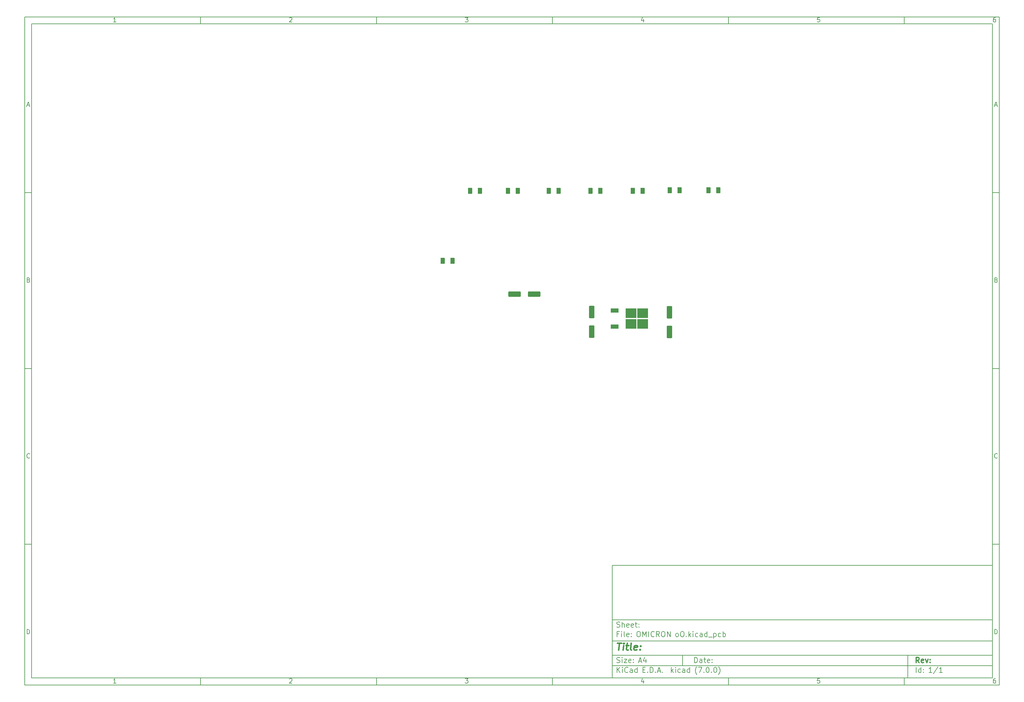
<source format=gbr>
%TF.GenerationSoftware,KiCad,Pcbnew,(7.0.0)*%
%TF.CreationDate,2023-04-21T00:05:07-05:00*%
%TF.ProjectId,OMICRON oO,4f4d4943-524f-44e2-906f-4f2e6b696361,rev?*%
%TF.SameCoordinates,Original*%
%TF.FileFunction,Paste,Top*%
%TF.FilePolarity,Positive*%
%FSLAX46Y46*%
G04 Gerber Fmt 4.6, Leading zero omitted, Abs format (unit mm)*
G04 Created by KiCad (PCBNEW (7.0.0)) date 2023-04-21 00:05:07*
%MOMM*%
%LPD*%
G01*
G04 APERTURE LIST*
G04 Aperture macros list*
%AMRoundRect*
0 Rectangle with rounded corners*
0 $1 Rounding radius*
0 $2 $3 $4 $5 $6 $7 $8 $9 X,Y pos of 4 corners*
0 Add a 4 corners polygon primitive as box body*
4,1,4,$2,$3,$4,$5,$6,$7,$8,$9,$2,$3,0*
0 Add four circle primitives for the rounded corners*
1,1,$1+$1,$2,$3*
1,1,$1+$1,$4,$5*
1,1,$1+$1,$6,$7*
1,1,$1+$1,$8,$9*
0 Add four rect primitives between the rounded corners*
20,1,$1+$1,$2,$3,$4,$5,0*
20,1,$1+$1,$4,$5,$6,$7,0*
20,1,$1+$1,$6,$7,$8,$9,0*
20,1,$1+$1,$8,$9,$2,$3,0*%
G04 Aperture macros list end*
%ADD10C,0.100000*%
%ADD11C,0.150000*%
%ADD12C,0.300000*%
%ADD13C,0.400000*%
%ADD14RoundRect,0.250000X0.375000X0.625000X-0.375000X0.625000X-0.375000X-0.625000X0.375000X-0.625000X0*%
%ADD15RoundRect,0.250000X1.500000X0.550000X-1.500000X0.550000X-1.500000X-0.550000X1.500000X-0.550000X0*%
%ADD16R,3.050000X2.750000*%
%ADD17R,2.200000X1.200000*%
%ADD18RoundRect,0.250000X-0.550000X1.500000X-0.550000X-1.500000X0.550000X-1.500000X0.550000X1.500000X0*%
%ADD19RoundRect,0.250000X0.550000X-1.500000X0.550000X1.500000X-0.550000X1.500000X-0.550000X-1.500000X0*%
G04 APERTURE END LIST*
D10*
D11*
X177002200Y-166007200D02*
X285002200Y-166007200D01*
X285002200Y-198007200D01*
X177002200Y-198007200D01*
X177002200Y-166007200D01*
D10*
D11*
X10000000Y-10000000D02*
X287002200Y-10000000D01*
X287002200Y-200007200D01*
X10000000Y-200007200D01*
X10000000Y-10000000D01*
D10*
D11*
X12000000Y-12000000D02*
X285002200Y-12000000D01*
X285002200Y-198007200D01*
X12000000Y-198007200D01*
X12000000Y-12000000D01*
D10*
D11*
X60000000Y-12000000D02*
X60000000Y-10000000D01*
D10*
D11*
X110000000Y-12000000D02*
X110000000Y-10000000D01*
D10*
D11*
X160000000Y-12000000D02*
X160000000Y-10000000D01*
D10*
D11*
X210000000Y-12000000D02*
X210000000Y-10000000D01*
D10*
D11*
X260000000Y-12000000D02*
X260000000Y-10000000D01*
D10*
D11*
X35990476Y-11477595D02*
X35247619Y-11477595D01*
X35619047Y-11477595D02*
X35619047Y-10177595D01*
X35619047Y-10177595D02*
X35495238Y-10363309D01*
X35495238Y-10363309D02*
X35371428Y-10487119D01*
X35371428Y-10487119D02*
X35247619Y-10549023D01*
D10*
D11*
X85247619Y-10301404D02*
X85309523Y-10239500D01*
X85309523Y-10239500D02*
X85433333Y-10177595D01*
X85433333Y-10177595D02*
X85742857Y-10177595D01*
X85742857Y-10177595D02*
X85866666Y-10239500D01*
X85866666Y-10239500D02*
X85928571Y-10301404D01*
X85928571Y-10301404D02*
X85990476Y-10425214D01*
X85990476Y-10425214D02*
X85990476Y-10549023D01*
X85990476Y-10549023D02*
X85928571Y-10734738D01*
X85928571Y-10734738D02*
X85185714Y-11477595D01*
X85185714Y-11477595D02*
X85990476Y-11477595D01*
D10*
D11*
X135185714Y-10177595D02*
X135990476Y-10177595D01*
X135990476Y-10177595D02*
X135557142Y-10672833D01*
X135557142Y-10672833D02*
X135742857Y-10672833D01*
X135742857Y-10672833D02*
X135866666Y-10734738D01*
X135866666Y-10734738D02*
X135928571Y-10796642D01*
X135928571Y-10796642D02*
X135990476Y-10920452D01*
X135990476Y-10920452D02*
X135990476Y-11229976D01*
X135990476Y-11229976D02*
X135928571Y-11353785D01*
X135928571Y-11353785D02*
X135866666Y-11415690D01*
X135866666Y-11415690D02*
X135742857Y-11477595D01*
X135742857Y-11477595D02*
X135371428Y-11477595D01*
X135371428Y-11477595D02*
X135247619Y-11415690D01*
X135247619Y-11415690D02*
X135185714Y-11353785D01*
D10*
D11*
X185866666Y-10610928D02*
X185866666Y-11477595D01*
X185557142Y-10115690D02*
X185247619Y-11044261D01*
X185247619Y-11044261D02*
X186052380Y-11044261D01*
D10*
D11*
X235928571Y-10177595D02*
X235309523Y-10177595D01*
X235309523Y-10177595D02*
X235247619Y-10796642D01*
X235247619Y-10796642D02*
X235309523Y-10734738D01*
X235309523Y-10734738D02*
X235433333Y-10672833D01*
X235433333Y-10672833D02*
X235742857Y-10672833D01*
X235742857Y-10672833D02*
X235866666Y-10734738D01*
X235866666Y-10734738D02*
X235928571Y-10796642D01*
X235928571Y-10796642D02*
X235990476Y-10920452D01*
X235990476Y-10920452D02*
X235990476Y-11229976D01*
X235990476Y-11229976D02*
X235928571Y-11353785D01*
X235928571Y-11353785D02*
X235866666Y-11415690D01*
X235866666Y-11415690D02*
X235742857Y-11477595D01*
X235742857Y-11477595D02*
X235433333Y-11477595D01*
X235433333Y-11477595D02*
X235309523Y-11415690D01*
X235309523Y-11415690D02*
X235247619Y-11353785D01*
D10*
D11*
X285866666Y-10177595D02*
X285619047Y-10177595D01*
X285619047Y-10177595D02*
X285495238Y-10239500D01*
X285495238Y-10239500D02*
X285433333Y-10301404D01*
X285433333Y-10301404D02*
X285309523Y-10487119D01*
X285309523Y-10487119D02*
X285247619Y-10734738D01*
X285247619Y-10734738D02*
X285247619Y-11229976D01*
X285247619Y-11229976D02*
X285309523Y-11353785D01*
X285309523Y-11353785D02*
X285371428Y-11415690D01*
X285371428Y-11415690D02*
X285495238Y-11477595D01*
X285495238Y-11477595D02*
X285742857Y-11477595D01*
X285742857Y-11477595D02*
X285866666Y-11415690D01*
X285866666Y-11415690D02*
X285928571Y-11353785D01*
X285928571Y-11353785D02*
X285990476Y-11229976D01*
X285990476Y-11229976D02*
X285990476Y-10920452D01*
X285990476Y-10920452D02*
X285928571Y-10796642D01*
X285928571Y-10796642D02*
X285866666Y-10734738D01*
X285866666Y-10734738D02*
X285742857Y-10672833D01*
X285742857Y-10672833D02*
X285495238Y-10672833D01*
X285495238Y-10672833D02*
X285371428Y-10734738D01*
X285371428Y-10734738D02*
X285309523Y-10796642D01*
X285309523Y-10796642D02*
X285247619Y-10920452D01*
D10*
D11*
X60000000Y-198007200D02*
X60000000Y-200007200D01*
D10*
D11*
X110000000Y-198007200D02*
X110000000Y-200007200D01*
D10*
D11*
X160000000Y-198007200D02*
X160000000Y-200007200D01*
D10*
D11*
X210000000Y-198007200D02*
X210000000Y-200007200D01*
D10*
D11*
X260000000Y-198007200D02*
X260000000Y-200007200D01*
D10*
D11*
X35990476Y-199484795D02*
X35247619Y-199484795D01*
X35619047Y-199484795D02*
X35619047Y-198184795D01*
X35619047Y-198184795D02*
X35495238Y-198370509D01*
X35495238Y-198370509D02*
X35371428Y-198494319D01*
X35371428Y-198494319D02*
X35247619Y-198556223D01*
D10*
D11*
X85247619Y-198308604D02*
X85309523Y-198246700D01*
X85309523Y-198246700D02*
X85433333Y-198184795D01*
X85433333Y-198184795D02*
X85742857Y-198184795D01*
X85742857Y-198184795D02*
X85866666Y-198246700D01*
X85866666Y-198246700D02*
X85928571Y-198308604D01*
X85928571Y-198308604D02*
X85990476Y-198432414D01*
X85990476Y-198432414D02*
X85990476Y-198556223D01*
X85990476Y-198556223D02*
X85928571Y-198741938D01*
X85928571Y-198741938D02*
X85185714Y-199484795D01*
X85185714Y-199484795D02*
X85990476Y-199484795D01*
D10*
D11*
X135185714Y-198184795D02*
X135990476Y-198184795D01*
X135990476Y-198184795D02*
X135557142Y-198680033D01*
X135557142Y-198680033D02*
X135742857Y-198680033D01*
X135742857Y-198680033D02*
X135866666Y-198741938D01*
X135866666Y-198741938D02*
X135928571Y-198803842D01*
X135928571Y-198803842D02*
X135990476Y-198927652D01*
X135990476Y-198927652D02*
X135990476Y-199237176D01*
X135990476Y-199237176D02*
X135928571Y-199360985D01*
X135928571Y-199360985D02*
X135866666Y-199422890D01*
X135866666Y-199422890D02*
X135742857Y-199484795D01*
X135742857Y-199484795D02*
X135371428Y-199484795D01*
X135371428Y-199484795D02*
X135247619Y-199422890D01*
X135247619Y-199422890D02*
X135185714Y-199360985D01*
D10*
D11*
X185866666Y-198618128D02*
X185866666Y-199484795D01*
X185557142Y-198122890D02*
X185247619Y-199051461D01*
X185247619Y-199051461D02*
X186052380Y-199051461D01*
D10*
D11*
X235928571Y-198184795D02*
X235309523Y-198184795D01*
X235309523Y-198184795D02*
X235247619Y-198803842D01*
X235247619Y-198803842D02*
X235309523Y-198741938D01*
X235309523Y-198741938D02*
X235433333Y-198680033D01*
X235433333Y-198680033D02*
X235742857Y-198680033D01*
X235742857Y-198680033D02*
X235866666Y-198741938D01*
X235866666Y-198741938D02*
X235928571Y-198803842D01*
X235928571Y-198803842D02*
X235990476Y-198927652D01*
X235990476Y-198927652D02*
X235990476Y-199237176D01*
X235990476Y-199237176D02*
X235928571Y-199360985D01*
X235928571Y-199360985D02*
X235866666Y-199422890D01*
X235866666Y-199422890D02*
X235742857Y-199484795D01*
X235742857Y-199484795D02*
X235433333Y-199484795D01*
X235433333Y-199484795D02*
X235309523Y-199422890D01*
X235309523Y-199422890D02*
X235247619Y-199360985D01*
D10*
D11*
X285866666Y-198184795D02*
X285619047Y-198184795D01*
X285619047Y-198184795D02*
X285495238Y-198246700D01*
X285495238Y-198246700D02*
X285433333Y-198308604D01*
X285433333Y-198308604D02*
X285309523Y-198494319D01*
X285309523Y-198494319D02*
X285247619Y-198741938D01*
X285247619Y-198741938D02*
X285247619Y-199237176D01*
X285247619Y-199237176D02*
X285309523Y-199360985D01*
X285309523Y-199360985D02*
X285371428Y-199422890D01*
X285371428Y-199422890D02*
X285495238Y-199484795D01*
X285495238Y-199484795D02*
X285742857Y-199484795D01*
X285742857Y-199484795D02*
X285866666Y-199422890D01*
X285866666Y-199422890D02*
X285928571Y-199360985D01*
X285928571Y-199360985D02*
X285990476Y-199237176D01*
X285990476Y-199237176D02*
X285990476Y-198927652D01*
X285990476Y-198927652D02*
X285928571Y-198803842D01*
X285928571Y-198803842D02*
X285866666Y-198741938D01*
X285866666Y-198741938D02*
X285742857Y-198680033D01*
X285742857Y-198680033D02*
X285495238Y-198680033D01*
X285495238Y-198680033D02*
X285371428Y-198741938D01*
X285371428Y-198741938D02*
X285309523Y-198803842D01*
X285309523Y-198803842D02*
X285247619Y-198927652D01*
D10*
D11*
X10000000Y-60000000D02*
X12000000Y-60000000D01*
D10*
D11*
X10000000Y-110000000D02*
X12000000Y-110000000D01*
D10*
D11*
X10000000Y-160000000D02*
X12000000Y-160000000D01*
D10*
D11*
X10690476Y-35106166D02*
X11309523Y-35106166D01*
X10566666Y-35477595D02*
X10999999Y-34177595D01*
X10999999Y-34177595D02*
X11433333Y-35477595D01*
D10*
D11*
X11092857Y-84796642D02*
X11278571Y-84858547D01*
X11278571Y-84858547D02*
X11340476Y-84920452D01*
X11340476Y-84920452D02*
X11402380Y-85044261D01*
X11402380Y-85044261D02*
X11402380Y-85229976D01*
X11402380Y-85229976D02*
X11340476Y-85353785D01*
X11340476Y-85353785D02*
X11278571Y-85415690D01*
X11278571Y-85415690D02*
X11154761Y-85477595D01*
X11154761Y-85477595D02*
X10659523Y-85477595D01*
X10659523Y-85477595D02*
X10659523Y-84177595D01*
X10659523Y-84177595D02*
X11092857Y-84177595D01*
X11092857Y-84177595D02*
X11216666Y-84239500D01*
X11216666Y-84239500D02*
X11278571Y-84301404D01*
X11278571Y-84301404D02*
X11340476Y-84425214D01*
X11340476Y-84425214D02*
X11340476Y-84549023D01*
X11340476Y-84549023D02*
X11278571Y-84672833D01*
X11278571Y-84672833D02*
X11216666Y-84734738D01*
X11216666Y-84734738D02*
X11092857Y-84796642D01*
X11092857Y-84796642D02*
X10659523Y-84796642D01*
D10*
D11*
X11402380Y-135353785D02*
X11340476Y-135415690D01*
X11340476Y-135415690D02*
X11154761Y-135477595D01*
X11154761Y-135477595D02*
X11030952Y-135477595D01*
X11030952Y-135477595D02*
X10845238Y-135415690D01*
X10845238Y-135415690D02*
X10721428Y-135291880D01*
X10721428Y-135291880D02*
X10659523Y-135168071D01*
X10659523Y-135168071D02*
X10597619Y-134920452D01*
X10597619Y-134920452D02*
X10597619Y-134734738D01*
X10597619Y-134734738D02*
X10659523Y-134487119D01*
X10659523Y-134487119D02*
X10721428Y-134363309D01*
X10721428Y-134363309D02*
X10845238Y-134239500D01*
X10845238Y-134239500D02*
X11030952Y-134177595D01*
X11030952Y-134177595D02*
X11154761Y-134177595D01*
X11154761Y-134177595D02*
X11340476Y-134239500D01*
X11340476Y-134239500D02*
X11402380Y-134301404D01*
D10*
D11*
X10659523Y-185477595D02*
X10659523Y-184177595D01*
X10659523Y-184177595D02*
X10969047Y-184177595D01*
X10969047Y-184177595D02*
X11154761Y-184239500D01*
X11154761Y-184239500D02*
X11278571Y-184363309D01*
X11278571Y-184363309D02*
X11340476Y-184487119D01*
X11340476Y-184487119D02*
X11402380Y-184734738D01*
X11402380Y-184734738D02*
X11402380Y-184920452D01*
X11402380Y-184920452D02*
X11340476Y-185168071D01*
X11340476Y-185168071D02*
X11278571Y-185291880D01*
X11278571Y-185291880D02*
X11154761Y-185415690D01*
X11154761Y-185415690D02*
X10969047Y-185477595D01*
X10969047Y-185477595D02*
X10659523Y-185477595D01*
D10*
D11*
X287002200Y-60000000D02*
X285002200Y-60000000D01*
D10*
D11*
X287002200Y-110000000D02*
X285002200Y-110000000D01*
D10*
D11*
X287002200Y-160000000D02*
X285002200Y-160000000D01*
D10*
D11*
X285692676Y-35106166D02*
X286311723Y-35106166D01*
X285568866Y-35477595D02*
X286002199Y-34177595D01*
X286002199Y-34177595D02*
X286435533Y-35477595D01*
D10*
D11*
X286095057Y-84796642D02*
X286280771Y-84858547D01*
X286280771Y-84858547D02*
X286342676Y-84920452D01*
X286342676Y-84920452D02*
X286404580Y-85044261D01*
X286404580Y-85044261D02*
X286404580Y-85229976D01*
X286404580Y-85229976D02*
X286342676Y-85353785D01*
X286342676Y-85353785D02*
X286280771Y-85415690D01*
X286280771Y-85415690D02*
X286156961Y-85477595D01*
X286156961Y-85477595D02*
X285661723Y-85477595D01*
X285661723Y-85477595D02*
X285661723Y-84177595D01*
X285661723Y-84177595D02*
X286095057Y-84177595D01*
X286095057Y-84177595D02*
X286218866Y-84239500D01*
X286218866Y-84239500D02*
X286280771Y-84301404D01*
X286280771Y-84301404D02*
X286342676Y-84425214D01*
X286342676Y-84425214D02*
X286342676Y-84549023D01*
X286342676Y-84549023D02*
X286280771Y-84672833D01*
X286280771Y-84672833D02*
X286218866Y-84734738D01*
X286218866Y-84734738D02*
X286095057Y-84796642D01*
X286095057Y-84796642D02*
X285661723Y-84796642D01*
D10*
D11*
X286404580Y-135353785D02*
X286342676Y-135415690D01*
X286342676Y-135415690D02*
X286156961Y-135477595D01*
X286156961Y-135477595D02*
X286033152Y-135477595D01*
X286033152Y-135477595D02*
X285847438Y-135415690D01*
X285847438Y-135415690D02*
X285723628Y-135291880D01*
X285723628Y-135291880D02*
X285661723Y-135168071D01*
X285661723Y-135168071D02*
X285599819Y-134920452D01*
X285599819Y-134920452D02*
X285599819Y-134734738D01*
X285599819Y-134734738D02*
X285661723Y-134487119D01*
X285661723Y-134487119D02*
X285723628Y-134363309D01*
X285723628Y-134363309D02*
X285847438Y-134239500D01*
X285847438Y-134239500D02*
X286033152Y-134177595D01*
X286033152Y-134177595D02*
X286156961Y-134177595D01*
X286156961Y-134177595D02*
X286342676Y-134239500D01*
X286342676Y-134239500D02*
X286404580Y-134301404D01*
D10*
D11*
X285661723Y-185477595D02*
X285661723Y-184177595D01*
X285661723Y-184177595D02*
X285971247Y-184177595D01*
X285971247Y-184177595D02*
X286156961Y-184239500D01*
X286156961Y-184239500D02*
X286280771Y-184363309D01*
X286280771Y-184363309D02*
X286342676Y-184487119D01*
X286342676Y-184487119D02*
X286404580Y-184734738D01*
X286404580Y-184734738D02*
X286404580Y-184920452D01*
X286404580Y-184920452D02*
X286342676Y-185168071D01*
X286342676Y-185168071D02*
X286280771Y-185291880D01*
X286280771Y-185291880D02*
X286156961Y-185415690D01*
X286156961Y-185415690D02*
X285971247Y-185477595D01*
X285971247Y-185477595D02*
X285661723Y-185477595D01*
D10*
D11*
X200359342Y-193658271D02*
X200359342Y-192158271D01*
X200359342Y-192158271D02*
X200716485Y-192158271D01*
X200716485Y-192158271D02*
X200930771Y-192229700D01*
X200930771Y-192229700D02*
X201073628Y-192372557D01*
X201073628Y-192372557D02*
X201145057Y-192515414D01*
X201145057Y-192515414D02*
X201216485Y-192801128D01*
X201216485Y-192801128D02*
X201216485Y-193015414D01*
X201216485Y-193015414D02*
X201145057Y-193301128D01*
X201145057Y-193301128D02*
X201073628Y-193443985D01*
X201073628Y-193443985D02*
X200930771Y-193586842D01*
X200930771Y-193586842D02*
X200716485Y-193658271D01*
X200716485Y-193658271D02*
X200359342Y-193658271D01*
X202502200Y-193658271D02*
X202502200Y-192872557D01*
X202502200Y-192872557D02*
X202430771Y-192729700D01*
X202430771Y-192729700D02*
X202287914Y-192658271D01*
X202287914Y-192658271D02*
X202002200Y-192658271D01*
X202002200Y-192658271D02*
X201859342Y-192729700D01*
X202502200Y-193586842D02*
X202359342Y-193658271D01*
X202359342Y-193658271D02*
X202002200Y-193658271D01*
X202002200Y-193658271D02*
X201859342Y-193586842D01*
X201859342Y-193586842D02*
X201787914Y-193443985D01*
X201787914Y-193443985D02*
X201787914Y-193301128D01*
X201787914Y-193301128D02*
X201859342Y-193158271D01*
X201859342Y-193158271D02*
X202002200Y-193086842D01*
X202002200Y-193086842D02*
X202359342Y-193086842D01*
X202359342Y-193086842D02*
X202502200Y-193015414D01*
X203002200Y-192658271D02*
X203573628Y-192658271D01*
X203216485Y-192158271D02*
X203216485Y-193443985D01*
X203216485Y-193443985D02*
X203287914Y-193586842D01*
X203287914Y-193586842D02*
X203430771Y-193658271D01*
X203430771Y-193658271D02*
X203573628Y-193658271D01*
X204645057Y-193586842D02*
X204502200Y-193658271D01*
X204502200Y-193658271D02*
X204216486Y-193658271D01*
X204216486Y-193658271D02*
X204073628Y-193586842D01*
X204073628Y-193586842D02*
X204002200Y-193443985D01*
X204002200Y-193443985D02*
X204002200Y-192872557D01*
X204002200Y-192872557D02*
X204073628Y-192729700D01*
X204073628Y-192729700D02*
X204216486Y-192658271D01*
X204216486Y-192658271D02*
X204502200Y-192658271D01*
X204502200Y-192658271D02*
X204645057Y-192729700D01*
X204645057Y-192729700D02*
X204716486Y-192872557D01*
X204716486Y-192872557D02*
X204716486Y-193015414D01*
X204716486Y-193015414D02*
X204002200Y-193158271D01*
X205359342Y-193515414D02*
X205430771Y-193586842D01*
X205430771Y-193586842D02*
X205359342Y-193658271D01*
X205359342Y-193658271D02*
X205287914Y-193586842D01*
X205287914Y-193586842D02*
X205359342Y-193515414D01*
X205359342Y-193515414D02*
X205359342Y-193658271D01*
X205359342Y-192729700D02*
X205430771Y-192801128D01*
X205430771Y-192801128D02*
X205359342Y-192872557D01*
X205359342Y-192872557D02*
X205287914Y-192801128D01*
X205287914Y-192801128D02*
X205359342Y-192729700D01*
X205359342Y-192729700D02*
X205359342Y-192872557D01*
D10*
D11*
X177002200Y-194507200D02*
X285002200Y-194507200D01*
D10*
D11*
X178359342Y-196458271D02*
X178359342Y-194958271D01*
X179216485Y-196458271D02*
X178573628Y-195601128D01*
X179216485Y-194958271D02*
X178359342Y-195815414D01*
X179859342Y-196458271D02*
X179859342Y-195458271D01*
X179859342Y-194958271D02*
X179787914Y-195029700D01*
X179787914Y-195029700D02*
X179859342Y-195101128D01*
X179859342Y-195101128D02*
X179930771Y-195029700D01*
X179930771Y-195029700D02*
X179859342Y-194958271D01*
X179859342Y-194958271D02*
X179859342Y-195101128D01*
X181430771Y-196315414D02*
X181359343Y-196386842D01*
X181359343Y-196386842D02*
X181145057Y-196458271D01*
X181145057Y-196458271D02*
X181002200Y-196458271D01*
X181002200Y-196458271D02*
X180787914Y-196386842D01*
X180787914Y-196386842D02*
X180645057Y-196243985D01*
X180645057Y-196243985D02*
X180573628Y-196101128D01*
X180573628Y-196101128D02*
X180502200Y-195815414D01*
X180502200Y-195815414D02*
X180502200Y-195601128D01*
X180502200Y-195601128D02*
X180573628Y-195315414D01*
X180573628Y-195315414D02*
X180645057Y-195172557D01*
X180645057Y-195172557D02*
X180787914Y-195029700D01*
X180787914Y-195029700D02*
X181002200Y-194958271D01*
X181002200Y-194958271D02*
X181145057Y-194958271D01*
X181145057Y-194958271D02*
X181359343Y-195029700D01*
X181359343Y-195029700D02*
X181430771Y-195101128D01*
X182716486Y-196458271D02*
X182716486Y-195672557D01*
X182716486Y-195672557D02*
X182645057Y-195529700D01*
X182645057Y-195529700D02*
X182502200Y-195458271D01*
X182502200Y-195458271D02*
X182216486Y-195458271D01*
X182216486Y-195458271D02*
X182073628Y-195529700D01*
X182716486Y-196386842D02*
X182573628Y-196458271D01*
X182573628Y-196458271D02*
X182216486Y-196458271D01*
X182216486Y-196458271D02*
X182073628Y-196386842D01*
X182073628Y-196386842D02*
X182002200Y-196243985D01*
X182002200Y-196243985D02*
X182002200Y-196101128D01*
X182002200Y-196101128D02*
X182073628Y-195958271D01*
X182073628Y-195958271D02*
X182216486Y-195886842D01*
X182216486Y-195886842D02*
X182573628Y-195886842D01*
X182573628Y-195886842D02*
X182716486Y-195815414D01*
X184073629Y-196458271D02*
X184073629Y-194958271D01*
X184073629Y-196386842D02*
X183930771Y-196458271D01*
X183930771Y-196458271D02*
X183645057Y-196458271D01*
X183645057Y-196458271D02*
X183502200Y-196386842D01*
X183502200Y-196386842D02*
X183430771Y-196315414D01*
X183430771Y-196315414D02*
X183359343Y-196172557D01*
X183359343Y-196172557D02*
X183359343Y-195743985D01*
X183359343Y-195743985D02*
X183430771Y-195601128D01*
X183430771Y-195601128D02*
X183502200Y-195529700D01*
X183502200Y-195529700D02*
X183645057Y-195458271D01*
X183645057Y-195458271D02*
X183930771Y-195458271D01*
X183930771Y-195458271D02*
X184073629Y-195529700D01*
X185687914Y-195672557D02*
X186187914Y-195672557D01*
X186402200Y-196458271D02*
X185687914Y-196458271D01*
X185687914Y-196458271D02*
X185687914Y-194958271D01*
X185687914Y-194958271D02*
X186402200Y-194958271D01*
X187045057Y-196315414D02*
X187116486Y-196386842D01*
X187116486Y-196386842D02*
X187045057Y-196458271D01*
X187045057Y-196458271D02*
X186973629Y-196386842D01*
X186973629Y-196386842D02*
X187045057Y-196315414D01*
X187045057Y-196315414D02*
X187045057Y-196458271D01*
X187759343Y-196458271D02*
X187759343Y-194958271D01*
X187759343Y-194958271D02*
X188116486Y-194958271D01*
X188116486Y-194958271D02*
X188330772Y-195029700D01*
X188330772Y-195029700D02*
X188473629Y-195172557D01*
X188473629Y-195172557D02*
X188545058Y-195315414D01*
X188545058Y-195315414D02*
X188616486Y-195601128D01*
X188616486Y-195601128D02*
X188616486Y-195815414D01*
X188616486Y-195815414D02*
X188545058Y-196101128D01*
X188545058Y-196101128D02*
X188473629Y-196243985D01*
X188473629Y-196243985D02*
X188330772Y-196386842D01*
X188330772Y-196386842D02*
X188116486Y-196458271D01*
X188116486Y-196458271D02*
X187759343Y-196458271D01*
X189259343Y-196315414D02*
X189330772Y-196386842D01*
X189330772Y-196386842D02*
X189259343Y-196458271D01*
X189259343Y-196458271D02*
X189187915Y-196386842D01*
X189187915Y-196386842D02*
X189259343Y-196315414D01*
X189259343Y-196315414D02*
X189259343Y-196458271D01*
X189902201Y-196029700D02*
X190616487Y-196029700D01*
X189759344Y-196458271D02*
X190259344Y-194958271D01*
X190259344Y-194958271D02*
X190759344Y-196458271D01*
X191259343Y-196315414D02*
X191330772Y-196386842D01*
X191330772Y-196386842D02*
X191259343Y-196458271D01*
X191259343Y-196458271D02*
X191187915Y-196386842D01*
X191187915Y-196386842D02*
X191259343Y-196315414D01*
X191259343Y-196315414D02*
X191259343Y-196458271D01*
X193773629Y-196458271D02*
X193773629Y-194958271D01*
X193916487Y-195886842D02*
X194345058Y-196458271D01*
X194345058Y-195458271D02*
X193773629Y-196029700D01*
X194987915Y-196458271D02*
X194987915Y-195458271D01*
X194987915Y-194958271D02*
X194916487Y-195029700D01*
X194916487Y-195029700D02*
X194987915Y-195101128D01*
X194987915Y-195101128D02*
X195059344Y-195029700D01*
X195059344Y-195029700D02*
X194987915Y-194958271D01*
X194987915Y-194958271D02*
X194987915Y-195101128D01*
X196345059Y-196386842D02*
X196202201Y-196458271D01*
X196202201Y-196458271D02*
X195916487Y-196458271D01*
X195916487Y-196458271D02*
X195773630Y-196386842D01*
X195773630Y-196386842D02*
X195702201Y-196315414D01*
X195702201Y-196315414D02*
X195630773Y-196172557D01*
X195630773Y-196172557D02*
X195630773Y-195743985D01*
X195630773Y-195743985D02*
X195702201Y-195601128D01*
X195702201Y-195601128D02*
X195773630Y-195529700D01*
X195773630Y-195529700D02*
X195916487Y-195458271D01*
X195916487Y-195458271D02*
X196202201Y-195458271D01*
X196202201Y-195458271D02*
X196345059Y-195529700D01*
X197630773Y-196458271D02*
X197630773Y-195672557D01*
X197630773Y-195672557D02*
X197559344Y-195529700D01*
X197559344Y-195529700D02*
X197416487Y-195458271D01*
X197416487Y-195458271D02*
X197130773Y-195458271D01*
X197130773Y-195458271D02*
X196987915Y-195529700D01*
X197630773Y-196386842D02*
X197487915Y-196458271D01*
X197487915Y-196458271D02*
X197130773Y-196458271D01*
X197130773Y-196458271D02*
X196987915Y-196386842D01*
X196987915Y-196386842D02*
X196916487Y-196243985D01*
X196916487Y-196243985D02*
X196916487Y-196101128D01*
X196916487Y-196101128D02*
X196987915Y-195958271D01*
X196987915Y-195958271D02*
X197130773Y-195886842D01*
X197130773Y-195886842D02*
X197487915Y-195886842D01*
X197487915Y-195886842D02*
X197630773Y-195815414D01*
X198987916Y-196458271D02*
X198987916Y-194958271D01*
X198987916Y-196386842D02*
X198845058Y-196458271D01*
X198845058Y-196458271D02*
X198559344Y-196458271D01*
X198559344Y-196458271D02*
X198416487Y-196386842D01*
X198416487Y-196386842D02*
X198345058Y-196315414D01*
X198345058Y-196315414D02*
X198273630Y-196172557D01*
X198273630Y-196172557D02*
X198273630Y-195743985D01*
X198273630Y-195743985D02*
X198345058Y-195601128D01*
X198345058Y-195601128D02*
X198416487Y-195529700D01*
X198416487Y-195529700D02*
X198559344Y-195458271D01*
X198559344Y-195458271D02*
X198845058Y-195458271D01*
X198845058Y-195458271D02*
X198987916Y-195529700D01*
X201030773Y-197029700D02*
X200959344Y-196958271D01*
X200959344Y-196958271D02*
X200816487Y-196743985D01*
X200816487Y-196743985D02*
X200745059Y-196601128D01*
X200745059Y-196601128D02*
X200673630Y-196386842D01*
X200673630Y-196386842D02*
X200602201Y-196029700D01*
X200602201Y-196029700D02*
X200602201Y-195743985D01*
X200602201Y-195743985D02*
X200673630Y-195386842D01*
X200673630Y-195386842D02*
X200745059Y-195172557D01*
X200745059Y-195172557D02*
X200816487Y-195029700D01*
X200816487Y-195029700D02*
X200959344Y-194815414D01*
X200959344Y-194815414D02*
X201030773Y-194743985D01*
X201459344Y-194958271D02*
X202459344Y-194958271D01*
X202459344Y-194958271D02*
X201816487Y-196458271D01*
X203030772Y-196315414D02*
X203102201Y-196386842D01*
X203102201Y-196386842D02*
X203030772Y-196458271D01*
X203030772Y-196458271D02*
X202959344Y-196386842D01*
X202959344Y-196386842D02*
X203030772Y-196315414D01*
X203030772Y-196315414D02*
X203030772Y-196458271D01*
X204030773Y-194958271D02*
X204173630Y-194958271D01*
X204173630Y-194958271D02*
X204316487Y-195029700D01*
X204316487Y-195029700D02*
X204387916Y-195101128D01*
X204387916Y-195101128D02*
X204459344Y-195243985D01*
X204459344Y-195243985D02*
X204530773Y-195529700D01*
X204530773Y-195529700D02*
X204530773Y-195886842D01*
X204530773Y-195886842D02*
X204459344Y-196172557D01*
X204459344Y-196172557D02*
X204387916Y-196315414D01*
X204387916Y-196315414D02*
X204316487Y-196386842D01*
X204316487Y-196386842D02*
X204173630Y-196458271D01*
X204173630Y-196458271D02*
X204030773Y-196458271D01*
X204030773Y-196458271D02*
X203887916Y-196386842D01*
X203887916Y-196386842D02*
X203816487Y-196315414D01*
X203816487Y-196315414D02*
X203745058Y-196172557D01*
X203745058Y-196172557D02*
X203673630Y-195886842D01*
X203673630Y-195886842D02*
X203673630Y-195529700D01*
X203673630Y-195529700D02*
X203745058Y-195243985D01*
X203745058Y-195243985D02*
X203816487Y-195101128D01*
X203816487Y-195101128D02*
X203887916Y-195029700D01*
X203887916Y-195029700D02*
X204030773Y-194958271D01*
X205173629Y-196315414D02*
X205245058Y-196386842D01*
X205245058Y-196386842D02*
X205173629Y-196458271D01*
X205173629Y-196458271D02*
X205102201Y-196386842D01*
X205102201Y-196386842D02*
X205173629Y-196315414D01*
X205173629Y-196315414D02*
X205173629Y-196458271D01*
X206173630Y-194958271D02*
X206316487Y-194958271D01*
X206316487Y-194958271D02*
X206459344Y-195029700D01*
X206459344Y-195029700D02*
X206530773Y-195101128D01*
X206530773Y-195101128D02*
X206602201Y-195243985D01*
X206602201Y-195243985D02*
X206673630Y-195529700D01*
X206673630Y-195529700D02*
X206673630Y-195886842D01*
X206673630Y-195886842D02*
X206602201Y-196172557D01*
X206602201Y-196172557D02*
X206530773Y-196315414D01*
X206530773Y-196315414D02*
X206459344Y-196386842D01*
X206459344Y-196386842D02*
X206316487Y-196458271D01*
X206316487Y-196458271D02*
X206173630Y-196458271D01*
X206173630Y-196458271D02*
X206030773Y-196386842D01*
X206030773Y-196386842D02*
X205959344Y-196315414D01*
X205959344Y-196315414D02*
X205887915Y-196172557D01*
X205887915Y-196172557D02*
X205816487Y-195886842D01*
X205816487Y-195886842D02*
X205816487Y-195529700D01*
X205816487Y-195529700D02*
X205887915Y-195243985D01*
X205887915Y-195243985D02*
X205959344Y-195101128D01*
X205959344Y-195101128D02*
X206030773Y-195029700D01*
X206030773Y-195029700D02*
X206173630Y-194958271D01*
X207173629Y-197029700D02*
X207245058Y-196958271D01*
X207245058Y-196958271D02*
X207387915Y-196743985D01*
X207387915Y-196743985D02*
X207459344Y-196601128D01*
X207459344Y-196601128D02*
X207530772Y-196386842D01*
X207530772Y-196386842D02*
X207602201Y-196029700D01*
X207602201Y-196029700D02*
X207602201Y-195743985D01*
X207602201Y-195743985D02*
X207530772Y-195386842D01*
X207530772Y-195386842D02*
X207459344Y-195172557D01*
X207459344Y-195172557D02*
X207387915Y-195029700D01*
X207387915Y-195029700D02*
X207245058Y-194815414D01*
X207245058Y-194815414D02*
X207173629Y-194743985D01*
D10*
D11*
X177002200Y-191507200D02*
X285002200Y-191507200D01*
D10*
D12*
X264216485Y-193658271D02*
X263716485Y-192943985D01*
X263359342Y-193658271D02*
X263359342Y-192158271D01*
X263359342Y-192158271D02*
X263930771Y-192158271D01*
X263930771Y-192158271D02*
X264073628Y-192229700D01*
X264073628Y-192229700D02*
X264145057Y-192301128D01*
X264145057Y-192301128D02*
X264216485Y-192443985D01*
X264216485Y-192443985D02*
X264216485Y-192658271D01*
X264216485Y-192658271D02*
X264145057Y-192801128D01*
X264145057Y-192801128D02*
X264073628Y-192872557D01*
X264073628Y-192872557D02*
X263930771Y-192943985D01*
X263930771Y-192943985D02*
X263359342Y-192943985D01*
X265430771Y-193586842D02*
X265287914Y-193658271D01*
X265287914Y-193658271D02*
X265002200Y-193658271D01*
X265002200Y-193658271D02*
X264859342Y-193586842D01*
X264859342Y-193586842D02*
X264787914Y-193443985D01*
X264787914Y-193443985D02*
X264787914Y-192872557D01*
X264787914Y-192872557D02*
X264859342Y-192729700D01*
X264859342Y-192729700D02*
X265002200Y-192658271D01*
X265002200Y-192658271D02*
X265287914Y-192658271D01*
X265287914Y-192658271D02*
X265430771Y-192729700D01*
X265430771Y-192729700D02*
X265502200Y-192872557D01*
X265502200Y-192872557D02*
X265502200Y-193015414D01*
X265502200Y-193015414D02*
X264787914Y-193158271D01*
X266002199Y-192658271D02*
X266359342Y-193658271D01*
X266359342Y-193658271D02*
X266716485Y-192658271D01*
X267287913Y-193515414D02*
X267359342Y-193586842D01*
X267359342Y-193586842D02*
X267287913Y-193658271D01*
X267287913Y-193658271D02*
X267216485Y-193586842D01*
X267216485Y-193586842D02*
X267287913Y-193515414D01*
X267287913Y-193515414D02*
X267287913Y-193658271D01*
X267287913Y-192729700D02*
X267359342Y-192801128D01*
X267359342Y-192801128D02*
X267287913Y-192872557D01*
X267287913Y-192872557D02*
X267216485Y-192801128D01*
X267216485Y-192801128D02*
X267287913Y-192729700D01*
X267287913Y-192729700D02*
X267287913Y-192872557D01*
D10*
D11*
X178287914Y-193586842D02*
X178502200Y-193658271D01*
X178502200Y-193658271D02*
X178859342Y-193658271D01*
X178859342Y-193658271D02*
X179002200Y-193586842D01*
X179002200Y-193586842D02*
X179073628Y-193515414D01*
X179073628Y-193515414D02*
X179145057Y-193372557D01*
X179145057Y-193372557D02*
X179145057Y-193229700D01*
X179145057Y-193229700D02*
X179073628Y-193086842D01*
X179073628Y-193086842D02*
X179002200Y-193015414D01*
X179002200Y-193015414D02*
X178859342Y-192943985D01*
X178859342Y-192943985D02*
X178573628Y-192872557D01*
X178573628Y-192872557D02*
X178430771Y-192801128D01*
X178430771Y-192801128D02*
X178359342Y-192729700D01*
X178359342Y-192729700D02*
X178287914Y-192586842D01*
X178287914Y-192586842D02*
X178287914Y-192443985D01*
X178287914Y-192443985D02*
X178359342Y-192301128D01*
X178359342Y-192301128D02*
X178430771Y-192229700D01*
X178430771Y-192229700D02*
X178573628Y-192158271D01*
X178573628Y-192158271D02*
X178930771Y-192158271D01*
X178930771Y-192158271D02*
X179145057Y-192229700D01*
X179787913Y-193658271D02*
X179787913Y-192658271D01*
X179787913Y-192158271D02*
X179716485Y-192229700D01*
X179716485Y-192229700D02*
X179787913Y-192301128D01*
X179787913Y-192301128D02*
X179859342Y-192229700D01*
X179859342Y-192229700D02*
X179787913Y-192158271D01*
X179787913Y-192158271D02*
X179787913Y-192301128D01*
X180359342Y-192658271D02*
X181145057Y-192658271D01*
X181145057Y-192658271D02*
X180359342Y-193658271D01*
X180359342Y-193658271D02*
X181145057Y-193658271D01*
X182287914Y-193586842D02*
X182145057Y-193658271D01*
X182145057Y-193658271D02*
X181859343Y-193658271D01*
X181859343Y-193658271D02*
X181716485Y-193586842D01*
X181716485Y-193586842D02*
X181645057Y-193443985D01*
X181645057Y-193443985D02*
X181645057Y-192872557D01*
X181645057Y-192872557D02*
X181716485Y-192729700D01*
X181716485Y-192729700D02*
X181859343Y-192658271D01*
X181859343Y-192658271D02*
X182145057Y-192658271D01*
X182145057Y-192658271D02*
X182287914Y-192729700D01*
X182287914Y-192729700D02*
X182359343Y-192872557D01*
X182359343Y-192872557D02*
X182359343Y-193015414D01*
X182359343Y-193015414D02*
X181645057Y-193158271D01*
X183002199Y-193515414D02*
X183073628Y-193586842D01*
X183073628Y-193586842D02*
X183002199Y-193658271D01*
X183002199Y-193658271D02*
X182930771Y-193586842D01*
X182930771Y-193586842D02*
X183002199Y-193515414D01*
X183002199Y-193515414D02*
X183002199Y-193658271D01*
X183002199Y-192729700D02*
X183073628Y-192801128D01*
X183073628Y-192801128D02*
X183002199Y-192872557D01*
X183002199Y-192872557D02*
X182930771Y-192801128D01*
X182930771Y-192801128D02*
X183002199Y-192729700D01*
X183002199Y-192729700D02*
X183002199Y-192872557D01*
X184545057Y-193229700D02*
X185259343Y-193229700D01*
X184402200Y-193658271D02*
X184902200Y-192158271D01*
X184902200Y-192158271D02*
X185402200Y-193658271D01*
X186545057Y-192658271D02*
X186545057Y-193658271D01*
X186187914Y-192086842D02*
X185830771Y-193158271D01*
X185830771Y-193158271D02*
X186759342Y-193158271D01*
D10*
D11*
X263359342Y-196458271D02*
X263359342Y-194958271D01*
X264716486Y-196458271D02*
X264716486Y-194958271D01*
X264716486Y-196386842D02*
X264573628Y-196458271D01*
X264573628Y-196458271D02*
X264287914Y-196458271D01*
X264287914Y-196458271D02*
X264145057Y-196386842D01*
X264145057Y-196386842D02*
X264073628Y-196315414D01*
X264073628Y-196315414D02*
X264002200Y-196172557D01*
X264002200Y-196172557D02*
X264002200Y-195743985D01*
X264002200Y-195743985D02*
X264073628Y-195601128D01*
X264073628Y-195601128D02*
X264145057Y-195529700D01*
X264145057Y-195529700D02*
X264287914Y-195458271D01*
X264287914Y-195458271D02*
X264573628Y-195458271D01*
X264573628Y-195458271D02*
X264716486Y-195529700D01*
X265430771Y-196315414D02*
X265502200Y-196386842D01*
X265502200Y-196386842D02*
X265430771Y-196458271D01*
X265430771Y-196458271D02*
X265359343Y-196386842D01*
X265359343Y-196386842D02*
X265430771Y-196315414D01*
X265430771Y-196315414D02*
X265430771Y-196458271D01*
X265430771Y-195529700D02*
X265502200Y-195601128D01*
X265502200Y-195601128D02*
X265430771Y-195672557D01*
X265430771Y-195672557D02*
X265359343Y-195601128D01*
X265359343Y-195601128D02*
X265430771Y-195529700D01*
X265430771Y-195529700D02*
X265430771Y-195672557D01*
X267830772Y-196458271D02*
X266973629Y-196458271D01*
X267402200Y-196458271D02*
X267402200Y-194958271D01*
X267402200Y-194958271D02*
X267259343Y-195172557D01*
X267259343Y-195172557D02*
X267116486Y-195315414D01*
X267116486Y-195315414D02*
X266973629Y-195386842D01*
X269545057Y-194886842D02*
X268259343Y-196815414D01*
X270830772Y-196458271D02*
X269973629Y-196458271D01*
X270402200Y-196458271D02*
X270402200Y-194958271D01*
X270402200Y-194958271D02*
X270259343Y-195172557D01*
X270259343Y-195172557D02*
X270116486Y-195315414D01*
X270116486Y-195315414D02*
X269973629Y-195386842D01*
D10*
D11*
X177002200Y-187507200D02*
X285002200Y-187507200D01*
D10*
D13*
X178454580Y-188041961D02*
X179597438Y-188041961D01*
X178776009Y-190041961D02*
X179026009Y-188041961D01*
X180014105Y-190041961D02*
X180180771Y-188708628D01*
X180264105Y-188041961D02*
X180156962Y-188137200D01*
X180156962Y-188137200D02*
X180240295Y-188232438D01*
X180240295Y-188232438D02*
X180347438Y-188137200D01*
X180347438Y-188137200D02*
X180264105Y-188041961D01*
X180264105Y-188041961D02*
X180240295Y-188232438D01*
X180847438Y-188708628D02*
X181609343Y-188708628D01*
X181216486Y-188041961D02*
X181002200Y-189756247D01*
X181002200Y-189756247D02*
X181073629Y-189946723D01*
X181073629Y-189946723D02*
X181252200Y-190041961D01*
X181252200Y-190041961D02*
X181442676Y-190041961D01*
X182395057Y-190041961D02*
X182216486Y-189946723D01*
X182216486Y-189946723D02*
X182145057Y-189756247D01*
X182145057Y-189756247D02*
X182359343Y-188041961D01*
X183930771Y-189946723D02*
X183728390Y-190041961D01*
X183728390Y-190041961D02*
X183347438Y-190041961D01*
X183347438Y-190041961D02*
X183168867Y-189946723D01*
X183168867Y-189946723D02*
X183097438Y-189756247D01*
X183097438Y-189756247D02*
X183192676Y-188994342D01*
X183192676Y-188994342D02*
X183311724Y-188803866D01*
X183311724Y-188803866D02*
X183514105Y-188708628D01*
X183514105Y-188708628D02*
X183895057Y-188708628D01*
X183895057Y-188708628D02*
X184073628Y-188803866D01*
X184073628Y-188803866D02*
X184145057Y-188994342D01*
X184145057Y-188994342D02*
X184121247Y-189184819D01*
X184121247Y-189184819D02*
X183145057Y-189375295D01*
X184895057Y-189851485D02*
X184978391Y-189946723D01*
X184978391Y-189946723D02*
X184871248Y-190041961D01*
X184871248Y-190041961D02*
X184787914Y-189946723D01*
X184787914Y-189946723D02*
X184895057Y-189851485D01*
X184895057Y-189851485D02*
X184871248Y-190041961D01*
X185026010Y-188803866D02*
X185109343Y-188899104D01*
X185109343Y-188899104D02*
X185002200Y-188994342D01*
X185002200Y-188994342D02*
X184918867Y-188899104D01*
X184918867Y-188899104D02*
X185026010Y-188803866D01*
X185026010Y-188803866D02*
X185002200Y-188994342D01*
D10*
D11*
X178859342Y-185472557D02*
X178359342Y-185472557D01*
X178359342Y-186258271D02*
X178359342Y-184758271D01*
X178359342Y-184758271D02*
X179073628Y-184758271D01*
X179645056Y-186258271D02*
X179645056Y-185258271D01*
X179645056Y-184758271D02*
X179573628Y-184829700D01*
X179573628Y-184829700D02*
X179645056Y-184901128D01*
X179645056Y-184901128D02*
X179716485Y-184829700D01*
X179716485Y-184829700D02*
X179645056Y-184758271D01*
X179645056Y-184758271D02*
X179645056Y-184901128D01*
X180573628Y-186258271D02*
X180430771Y-186186842D01*
X180430771Y-186186842D02*
X180359342Y-186043985D01*
X180359342Y-186043985D02*
X180359342Y-184758271D01*
X181716485Y-186186842D02*
X181573628Y-186258271D01*
X181573628Y-186258271D02*
X181287914Y-186258271D01*
X181287914Y-186258271D02*
X181145056Y-186186842D01*
X181145056Y-186186842D02*
X181073628Y-186043985D01*
X181073628Y-186043985D02*
X181073628Y-185472557D01*
X181073628Y-185472557D02*
X181145056Y-185329700D01*
X181145056Y-185329700D02*
X181287914Y-185258271D01*
X181287914Y-185258271D02*
X181573628Y-185258271D01*
X181573628Y-185258271D02*
X181716485Y-185329700D01*
X181716485Y-185329700D02*
X181787914Y-185472557D01*
X181787914Y-185472557D02*
X181787914Y-185615414D01*
X181787914Y-185615414D02*
X181073628Y-185758271D01*
X182430770Y-186115414D02*
X182502199Y-186186842D01*
X182502199Y-186186842D02*
X182430770Y-186258271D01*
X182430770Y-186258271D02*
X182359342Y-186186842D01*
X182359342Y-186186842D02*
X182430770Y-186115414D01*
X182430770Y-186115414D02*
X182430770Y-186258271D01*
X182430770Y-185329700D02*
X182502199Y-185401128D01*
X182502199Y-185401128D02*
X182430770Y-185472557D01*
X182430770Y-185472557D02*
X182359342Y-185401128D01*
X182359342Y-185401128D02*
X182430770Y-185329700D01*
X182430770Y-185329700D02*
X182430770Y-185472557D01*
X184330771Y-184758271D02*
X184616485Y-184758271D01*
X184616485Y-184758271D02*
X184759342Y-184829700D01*
X184759342Y-184829700D02*
X184902199Y-184972557D01*
X184902199Y-184972557D02*
X184973628Y-185258271D01*
X184973628Y-185258271D02*
X184973628Y-185758271D01*
X184973628Y-185758271D02*
X184902199Y-186043985D01*
X184902199Y-186043985D02*
X184759342Y-186186842D01*
X184759342Y-186186842D02*
X184616485Y-186258271D01*
X184616485Y-186258271D02*
X184330771Y-186258271D01*
X184330771Y-186258271D02*
X184187914Y-186186842D01*
X184187914Y-186186842D02*
X184045056Y-186043985D01*
X184045056Y-186043985D02*
X183973628Y-185758271D01*
X183973628Y-185758271D02*
X183973628Y-185258271D01*
X183973628Y-185258271D02*
X184045056Y-184972557D01*
X184045056Y-184972557D02*
X184187914Y-184829700D01*
X184187914Y-184829700D02*
X184330771Y-184758271D01*
X185616485Y-186258271D02*
X185616485Y-184758271D01*
X185616485Y-184758271D02*
X186116485Y-185829700D01*
X186116485Y-185829700D02*
X186616485Y-184758271D01*
X186616485Y-184758271D02*
X186616485Y-186258271D01*
X187330771Y-186258271D02*
X187330771Y-184758271D01*
X188902200Y-186115414D02*
X188830772Y-186186842D01*
X188830772Y-186186842D02*
X188616486Y-186258271D01*
X188616486Y-186258271D02*
X188473629Y-186258271D01*
X188473629Y-186258271D02*
X188259343Y-186186842D01*
X188259343Y-186186842D02*
X188116486Y-186043985D01*
X188116486Y-186043985D02*
X188045057Y-185901128D01*
X188045057Y-185901128D02*
X187973629Y-185615414D01*
X187973629Y-185615414D02*
X187973629Y-185401128D01*
X187973629Y-185401128D02*
X188045057Y-185115414D01*
X188045057Y-185115414D02*
X188116486Y-184972557D01*
X188116486Y-184972557D02*
X188259343Y-184829700D01*
X188259343Y-184829700D02*
X188473629Y-184758271D01*
X188473629Y-184758271D02*
X188616486Y-184758271D01*
X188616486Y-184758271D02*
X188830772Y-184829700D01*
X188830772Y-184829700D02*
X188902200Y-184901128D01*
X190402200Y-186258271D02*
X189902200Y-185543985D01*
X189545057Y-186258271D02*
X189545057Y-184758271D01*
X189545057Y-184758271D02*
X190116486Y-184758271D01*
X190116486Y-184758271D02*
X190259343Y-184829700D01*
X190259343Y-184829700D02*
X190330772Y-184901128D01*
X190330772Y-184901128D02*
X190402200Y-185043985D01*
X190402200Y-185043985D02*
X190402200Y-185258271D01*
X190402200Y-185258271D02*
X190330772Y-185401128D01*
X190330772Y-185401128D02*
X190259343Y-185472557D01*
X190259343Y-185472557D02*
X190116486Y-185543985D01*
X190116486Y-185543985D02*
X189545057Y-185543985D01*
X191330772Y-184758271D02*
X191616486Y-184758271D01*
X191616486Y-184758271D02*
X191759343Y-184829700D01*
X191759343Y-184829700D02*
X191902200Y-184972557D01*
X191902200Y-184972557D02*
X191973629Y-185258271D01*
X191973629Y-185258271D02*
X191973629Y-185758271D01*
X191973629Y-185758271D02*
X191902200Y-186043985D01*
X191902200Y-186043985D02*
X191759343Y-186186842D01*
X191759343Y-186186842D02*
X191616486Y-186258271D01*
X191616486Y-186258271D02*
X191330772Y-186258271D01*
X191330772Y-186258271D02*
X191187915Y-186186842D01*
X191187915Y-186186842D02*
X191045057Y-186043985D01*
X191045057Y-186043985D02*
X190973629Y-185758271D01*
X190973629Y-185758271D02*
X190973629Y-185258271D01*
X190973629Y-185258271D02*
X191045057Y-184972557D01*
X191045057Y-184972557D02*
X191187915Y-184829700D01*
X191187915Y-184829700D02*
X191330772Y-184758271D01*
X192616486Y-186258271D02*
X192616486Y-184758271D01*
X192616486Y-184758271D02*
X193473629Y-186258271D01*
X193473629Y-186258271D02*
X193473629Y-184758271D01*
X195302201Y-186258271D02*
X195159344Y-186186842D01*
X195159344Y-186186842D02*
X195087915Y-186115414D01*
X195087915Y-186115414D02*
X195016487Y-185972557D01*
X195016487Y-185972557D02*
X195016487Y-185543985D01*
X195016487Y-185543985D02*
X195087915Y-185401128D01*
X195087915Y-185401128D02*
X195159344Y-185329700D01*
X195159344Y-185329700D02*
X195302201Y-185258271D01*
X195302201Y-185258271D02*
X195516487Y-185258271D01*
X195516487Y-185258271D02*
X195659344Y-185329700D01*
X195659344Y-185329700D02*
X195730773Y-185401128D01*
X195730773Y-185401128D02*
X195802201Y-185543985D01*
X195802201Y-185543985D02*
X195802201Y-185972557D01*
X195802201Y-185972557D02*
X195730773Y-186115414D01*
X195730773Y-186115414D02*
X195659344Y-186186842D01*
X195659344Y-186186842D02*
X195516487Y-186258271D01*
X195516487Y-186258271D02*
X195302201Y-186258271D01*
X196730773Y-184758271D02*
X197016487Y-184758271D01*
X197016487Y-184758271D02*
X197159344Y-184829700D01*
X197159344Y-184829700D02*
X197302201Y-184972557D01*
X197302201Y-184972557D02*
X197373630Y-185258271D01*
X197373630Y-185258271D02*
X197373630Y-185758271D01*
X197373630Y-185758271D02*
X197302201Y-186043985D01*
X197302201Y-186043985D02*
X197159344Y-186186842D01*
X197159344Y-186186842D02*
X197016487Y-186258271D01*
X197016487Y-186258271D02*
X196730773Y-186258271D01*
X196730773Y-186258271D02*
X196587916Y-186186842D01*
X196587916Y-186186842D02*
X196445058Y-186043985D01*
X196445058Y-186043985D02*
X196373630Y-185758271D01*
X196373630Y-185758271D02*
X196373630Y-185258271D01*
X196373630Y-185258271D02*
X196445058Y-184972557D01*
X196445058Y-184972557D02*
X196587916Y-184829700D01*
X196587916Y-184829700D02*
X196730773Y-184758271D01*
X198016487Y-186115414D02*
X198087916Y-186186842D01*
X198087916Y-186186842D02*
X198016487Y-186258271D01*
X198016487Y-186258271D02*
X197945059Y-186186842D01*
X197945059Y-186186842D02*
X198016487Y-186115414D01*
X198016487Y-186115414D02*
X198016487Y-186258271D01*
X198730773Y-186258271D02*
X198730773Y-184758271D01*
X198873631Y-185686842D02*
X199302202Y-186258271D01*
X199302202Y-185258271D02*
X198730773Y-185829700D01*
X199945059Y-186258271D02*
X199945059Y-185258271D01*
X199945059Y-184758271D02*
X199873631Y-184829700D01*
X199873631Y-184829700D02*
X199945059Y-184901128D01*
X199945059Y-184901128D02*
X200016488Y-184829700D01*
X200016488Y-184829700D02*
X199945059Y-184758271D01*
X199945059Y-184758271D02*
X199945059Y-184901128D01*
X201302203Y-186186842D02*
X201159345Y-186258271D01*
X201159345Y-186258271D02*
X200873631Y-186258271D01*
X200873631Y-186258271D02*
X200730774Y-186186842D01*
X200730774Y-186186842D02*
X200659345Y-186115414D01*
X200659345Y-186115414D02*
X200587917Y-185972557D01*
X200587917Y-185972557D02*
X200587917Y-185543985D01*
X200587917Y-185543985D02*
X200659345Y-185401128D01*
X200659345Y-185401128D02*
X200730774Y-185329700D01*
X200730774Y-185329700D02*
X200873631Y-185258271D01*
X200873631Y-185258271D02*
X201159345Y-185258271D01*
X201159345Y-185258271D02*
X201302203Y-185329700D01*
X202587917Y-186258271D02*
X202587917Y-185472557D01*
X202587917Y-185472557D02*
X202516488Y-185329700D01*
X202516488Y-185329700D02*
X202373631Y-185258271D01*
X202373631Y-185258271D02*
X202087917Y-185258271D01*
X202087917Y-185258271D02*
X201945059Y-185329700D01*
X202587917Y-186186842D02*
X202445059Y-186258271D01*
X202445059Y-186258271D02*
X202087917Y-186258271D01*
X202087917Y-186258271D02*
X201945059Y-186186842D01*
X201945059Y-186186842D02*
X201873631Y-186043985D01*
X201873631Y-186043985D02*
X201873631Y-185901128D01*
X201873631Y-185901128D02*
X201945059Y-185758271D01*
X201945059Y-185758271D02*
X202087917Y-185686842D01*
X202087917Y-185686842D02*
X202445059Y-185686842D01*
X202445059Y-185686842D02*
X202587917Y-185615414D01*
X203945060Y-186258271D02*
X203945060Y-184758271D01*
X203945060Y-186186842D02*
X203802202Y-186258271D01*
X203802202Y-186258271D02*
X203516488Y-186258271D01*
X203516488Y-186258271D02*
X203373631Y-186186842D01*
X203373631Y-186186842D02*
X203302202Y-186115414D01*
X203302202Y-186115414D02*
X203230774Y-185972557D01*
X203230774Y-185972557D02*
X203230774Y-185543985D01*
X203230774Y-185543985D02*
X203302202Y-185401128D01*
X203302202Y-185401128D02*
X203373631Y-185329700D01*
X203373631Y-185329700D02*
X203516488Y-185258271D01*
X203516488Y-185258271D02*
X203802202Y-185258271D01*
X203802202Y-185258271D02*
X203945060Y-185329700D01*
X204302203Y-186401128D02*
X205445060Y-186401128D01*
X205802202Y-185258271D02*
X205802202Y-186758271D01*
X205802202Y-185329700D02*
X205945060Y-185258271D01*
X205945060Y-185258271D02*
X206230774Y-185258271D01*
X206230774Y-185258271D02*
X206373631Y-185329700D01*
X206373631Y-185329700D02*
X206445060Y-185401128D01*
X206445060Y-185401128D02*
X206516488Y-185543985D01*
X206516488Y-185543985D02*
X206516488Y-185972557D01*
X206516488Y-185972557D02*
X206445060Y-186115414D01*
X206445060Y-186115414D02*
X206373631Y-186186842D01*
X206373631Y-186186842D02*
X206230774Y-186258271D01*
X206230774Y-186258271D02*
X205945060Y-186258271D01*
X205945060Y-186258271D02*
X205802202Y-186186842D01*
X207802203Y-186186842D02*
X207659345Y-186258271D01*
X207659345Y-186258271D02*
X207373631Y-186258271D01*
X207373631Y-186258271D02*
X207230774Y-186186842D01*
X207230774Y-186186842D02*
X207159345Y-186115414D01*
X207159345Y-186115414D02*
X207087917Y-185972557D01*
X207087917Y-185972557D02*
X207087917Y-185543985D01*
X207087917Y-185543985D02*
X207159345Y-185401128D01*
X207159345Y-185401128D02*
X207230774Y-185329700D01*
X207230774Y-185329700D02*
X207373631Y-185258271D01*
X207373631Y-185258271D02*
X207659345Y-185258271D01*
X207659345Y-185258271D02*
X207802203Y-185329700D01*
X208445059Y-186258271D02*
X208445059Y-184758271D01*
X208445059Y-185329700D02*
X208587917Y-185258271D01*
X208587917Y-185258271D02*
X208873631Y-185258271D01*
X208873631Y-185258271D02*
X209016488Y-185329700D01*
X209016488Y-185329700D02*
X209087917Y-185401128D01*
X209087917Y-185401128D02*
X209159345Y-185543985D01*
X209159345Y-185543985D02*
X209159345Y-185972557D01*
X209159345Y-185972557D02*
X209087917Y-186115414D01*
X209087917Y-186115414D02*
X209016488Y-186186842D01*
X209016488Y-186186842D02*
X208873631Y-186258271D01*
X208873631Y-186258271D02*
X208587917Y-186258271D01*
X208587917Y-186258271D02*
X208445059Y-186186842D01*
D10*
D11*
X177002200Y-181507200D02*
X285002200Y-181507200D01*
D10*
D11*
X178287914Y-183486842D02*
X178502200Y-183558271D01*
X178502200Y-183558271D02*
X178859342Y-183558271D01*
X178859342Y-183558271D02*
X179002200Y-183486842D01*
X179002200Y-183486842D02*
X179073628Y-183415414D01*
X179073628Y-183415414D02*
X179145057Y-183272557D01*
X179145057Y-183272557D02*
X179145057Y-183129700D01*
X179145057Y-183129700D02*
X179073628Y-182986842D01*
X179073628Y-182986842D02*
X179002200Y-182915414D01*
X179002200Y-182915414D02*
X178859342Y-182843985D01*
X178859342Y-182843985D02*
X178573628Y-182772557D01*
X178573628Y-182772557D02*
X178430771Y-182701128D01*
X178430771Y-182701128D02*
X178359342Y-182629700D01*
X178359342Y-182629700D02*
X178287914Y-182486842D01*
X178287914Y-182486842D02*
X178287914Y-182343985D01*
X178287914Y-182343985D02*
X178359342Y-182201128D01*
X178359342Y-182201128D02*
X178430771Y-182129700D01*
X178430771Y-182129700D02*
X178573628Y-182058271D01*
X178573628Y-182058271D02*
X178930771Y-182058271D01*
X178930771Y-182058271D02*
X179145057Y-182129700D01*
X179787913Y-183558271D02*
X179787913Y-182058271D01*
X180430771Y-183558271D02*
X180430771Y-182772557D01*
X180430771Y-182772557D02*
X180359342Y-182629700D01*
X180359342Y-182629700D02*
X180216485Y-182558271D01*
X180216485Y-182558271D02*
X180002199Y-182558271D01*
X180002199Y-182558271D02*
X179859342Y-182629700D01*
X179859342Y-182629700D02*
X179787913Y-182701128D01*
X181716485Y-183486842D02*
X181573628Y-183558271D01*
X181573628Y-183558271D02*
X181287914Y-183558271D01*
X181287914Y-183558271D02*
X181145056Y-183486842D01*
X181145056Y-183486842D02*
X181073628Y-183343985D01*
X181073628Y-183343985D02*
X181073628Y-182772557D01*
X181073628Y-182772557D02*
X181145056Y-182629700D01*
X181145056Y-182629700D02*
X181287914Y-182558271D01*
X181287914Y-182558271D02*
X181573628Y-182558271D01*
X181573628Y-182558271D02*
X181716485Y-182629700D01*
X181716485Y-182629700D02*
X181787914Y-182772557D01*
X181787914Y-182772557D02*
X181787914Y-182915414D01*
X181787914Y-182915414D02*
X181073628Y-183058271D01*
X183002199Y-183486842D02*
X182859342Y-183558271D01*
X182859342Y-183558271D02*
X182573628Y-183558271D01*
X182573628Y-183558271D02*
X182430770Y-183486842D01*
X182430770Y-183486842D02*
X182359342Y-183343985D01*
X182359342Y-183343985D02*
X182359342Y-182772557D01*
X182359342Y-182772557D02*
X182430770Y-182629700D01*
X182430770Y-182629700D02*
X182573628Y-182558271D01*
X182573628Y-182558271D02*
X182859342Y-182558271D01*
X182859342Y-182558271D02*
X183002199Y-182629700D01*
X183002199Y-182629700D02*
X183073628Y-182772557D01*
X183073628Y-182772557D02*
X183073628Y-182915414D01*
X183073628Y-182915414D02*
X182359342Y-183058271D01*
X183502199Y-182558271D02*
X184073627Y-182558271D01*
X183716484Y-182058271D02*
X183716484Y-183343985D01*
X183716484Y-183343985D02*
X183787913Y-183486842D01*
X183787913Y-183486842D02*
X183930770Y-183558271D01*
X183930770Y-183558271D02*
X184073627Y-183558271D01*
X184573627Y-183415414D02*
X184645056Y-183486842D01*
X184645056Y-183486842D02*
X184573627Y-183558271D01*
X184573627Y-183558271D02*
X184502199Y-183486842D01*
X184502199Y-183486842D02*
X184573627Y-183415414D01*
X184573627Y-183415414D02*
X184573627Y-183558271D01*
X184573627Y-182629700D02*
X184645056Y-182701128D01*
X184645056Y-182701128D02*
X184573627Y-182772557D01*
X184573627Y-182772557D02*
X184502199Y-182701128D01*
X184502199Y-182701128D02*
X184573627Y-182629700D01*
X184573627Y-182629700D02*
X184573627Y-182772557D01*
D10*
D12*
D10*
D11*
D10*
D11*
D10*
D11*
D10*
D11*
D10*
D11*
X197002200Y-191507200D02*
X197002200Y-194507200D01*
D10*
D11*
X261002200Y-191507200D02*
X261002200Y-198007200D01*
D14*
%TO.C,D5*%
X131620000Y-79380000D03*
X128820000Y-79380000D03*
%TD*%
D15*
%TO.C,C1*%
X154800000Y-88860000D03*
X149200000Y-88860000D03*
%TD*%
D14*
%TO.C,D4*%
X161730000Y-59500000D03*
X158930000Y-59500000D03*
%TD*%
%TO.C,D9*%
X173600000Y-59440000D03*
X170800000Y-59440000D03*
%TD*%
%TO.C,D6*%
X196140000Y-59260000D03*
X193340000Y-59260000D03*
%TD*%
D16*
%TO.C,U3*%
X182304999Y-94234999D03*
X182304999Y-97284999D03*
X185654999Y-94234999D03*
X185654999Y-97284999D03*
D17*
X177679999Y-93479999D03*
X177679999Y-98039999D03*
%TD*%
D14*
%TO.C,D3*%
X139370000Y-59480000D03*
X136570000Y-59480000D03*
%TD*%
D18*
%TO.C,C3*%
X171175000Y-93925000D03*
X171175000Y-99525000D03*
%TD*%
D19*
%TO.C,C4*%
X193220000Y-99610000D03*
X193220000Y-94010000D03*
%TD*%
D14*
%TO.C,D8*%
X207120000Y-59330000D03*
X204320000Y-59330000D03*
%TD*%
%TO.C,D11*%
X185600000Y-59450000D03*
X182800000Y-59450000D03*
%TD*%
%TO.C,D10*%
X150160000Y-59500000D03*
X147360000Y-59500000D03*
%TD*%
M02*

</source>
